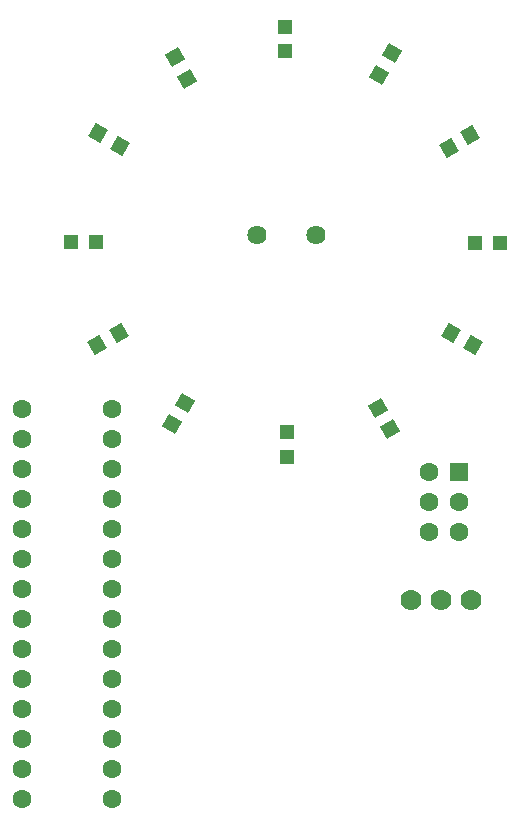
<source format=gts>
G04*
G04 #@! TF.GenerationSoftware,Altium Limited,Altium Designer,20.1.12 (249)*
G04*
G04 Layer_Color=8388736*
%FSLAX24Y24*%
%MOIN*%
G70*
G04*
G04 #@! TF.SameCoordinates,DAD24410-91DF-4A67-85F9-AF8FF7B2878C*
G04*
G04*
G04 #@! TF.FilePolarity,Negative*
G04*
G01*
G75*
G04:AMPARAMS|DCode=20|XSize=51.2mil|YSize=47.3mil|CornerRadius=0mil|HoleSize=0mil|Usage=FLASHONLY|Rotation=150.000|XOffset=0mil|YOffset=0mil|HoleType=Round|Shape=Rectangle|*
%AMROTATEDRECTD20*
4,1,4,0.0340,0.0077,0.0104,-0.0333,-0.0340,-0.0077,-0.0104,0.0333,0.0340,0.0077,0.0*
%
%ADD20ROTATEDRECTD20*%

G04:AMPARAMS|DCode=21|XSize=51.2mil|YSize=47.3mil|CornerRadius=0mil|HoleSize=0mil|Usage=FLASHONLY|Rotation=120.000|XOffset=0mil|YOffset=0mil|HoleType=Round|Shape=Rectangle|*
%AMROTATEDRECTD21*
4,1,4,0.0333,-0.0104,-0.0077,-0.0340,-0.0333,0.0104,0.0077,0.0340,0.0333,-0.0104,0.0*
%
%ADD21ROTATEDRECTD21*%

%ADD22R,0.0473X0.0512*%
G04:AMPARAMS|DCode=23|XSize=51.2mil|YSize=47.3mil|CornerRadius=0mil|HoleSize=0mil|Usage=FLASHONLY|Rotation=60.000|XOffset=0mil|YOffset=0mil|HoleType=Round|Shape=Rectangle|*
%AMROTATEDRECTD23*
4,1,4,0.0077,-0.0340,-0.0333,-0.0104,-0.0077,0.0340,0.0333,0.0104,0.0077,-0.0340,0.0*
%
%ADD23ROTATEDRECTD23*%

G04:AMPARAMS|DCode=24|XSize=51.2mil|YSize=47.3mil|CornerRadius=0mil|HoleSize=0mil|Usage=FLASHONLY|Rotation=30.000|XOffset=0mil|YOffset=0mil|HoleType=Round|Shape=Rectangle|*
%AMROTATEDRECTD24*
4,1,4,-0.0104,-0.0333,-0.0340,0.0077,0.0104,0.0333,0.0340,-0.0077,-0.0104,-0.0333,0.0*
%
%ADD24ROTATEDRECTD24*%

%ADD25R,0.0512X0.0473*%
%ADD26C,0.0631*%
%ADD27C,0.0640*%
%ADD28C,0.0700*%
%ADD29R,0.0631X0.0631*%
D20*
X14057Y26198D02*
D03*
X13643Y25482D02*
D03*
X6743Y13832D02*
D03*
X7157Y14548D02*
D03*
D21*
X16678Y23467D02*
D03*
X15962Y23053D02*
D03*
X4242Y16473D02*
D03*
X4958Y16887D02*
D03*
D22*
X17673Y19870D02*
D03*
X16847D02*
D03*
X3377Y19910D02*
D03*
X4203D02*
D03*
D23*
X16758Y16473D02*
D03*
X16042Y16887D02*
D03*
X4282Y23527D02*
D03*
X4998Y23113D02*
D03*
D24*
X14007Y13672D02*
D03*
X13593Y14388D02*
D03*
X6823Y26068D02*
D03*
X7237Y25352D02*
D03*
D25*
X10570Y12757D02*
D03*
Y13583D02*
D03*
X10510Y27093D02*
D03*
Y26267D02*
D03*
D26*
X1730Y14350D02*
D03*
Y13350D02*
D03*
Y11350D02*
D03*
Y12350D02*
D03*
Y8350D02*
D03*
Y7350D02*
D03*
Y9350D02*
D03*
Y10350D02*
D03*
Y2350D02*
D03*
Y1350D02*
D03*
Y4350D02*
D03*
Y3350D02*
D03*
Y5350D02*
D03*
Y6350D02*
D03*
X4730D02*
D03*
Y5350D02*
D03*
Y3350D02*
D03*
Y4350D02*
D03*
Y1350D02*
D03*
Y2350D02*
D03*
Y10350D02*
D03*
Y9350D02*
D03*
Y7350D02*
D03*
Y8350D02*
D03*
Y12350D02*
D03*
Y11350D02*
D03*
Y13350D02*
D03*
Y14350D02*
D03*
X16300Y11240D02*
D03*
X15300D02*
D03*
X16300Y10240D02*
D03*
X15300Y12240D02*
D03*
Y10240D02*
D03*
D27*
X9560Y20140D02*
D03*
X11529D02*
D03*
D28*
X15690Y7970D02*
D03*
X14690D02*
D03*
X16690D02*
D03*
D29*
X16300Y12240D02*
D03*
M02*

</source>
